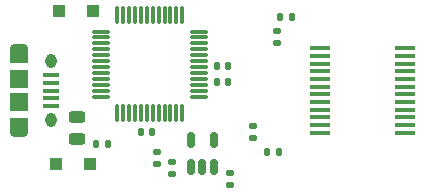
<source format=gtp>
G04 #@! TF.GenerationSoftware,KiCad,Pcbnew,7.0.5-7.0.5~ubuntu22.04.1*
G04 #@! TF.CreationDate,2023-07-07T16:24:56+02:00*
G04 #@! TF.ProjectId,combined,636f6d62-696e-4656-942e-6b696361645f,rev?*
G04 #@! TF.SameCoordinates,Original*
G04 #@! TF.FileFunction,Paste,Top*
G04 #@! TF.FilePolarity,Positive*
%FSLAX46Y46*%
G04 Gerber Fmt 4.6, Leading zero omitted, Abs format (unit mm)*
G04 Created by KiCad (PCBNEW 7.0.5-7.0.5~ubuntu22.04.1) date 2023-07-07 16:24:56*
%MOMM*%
%LPD*%
G01*
G04 APERTURE LIST*
G04 Aperture macros list*
%AMRoundRect*
0 Rectangle with rounded corners*
0 $1 Rounding radius*
0 $2 $3 $4 $5 $6 $7 $8 $9 X,Y pos of 4 corners*
0 Add a 4 corners polygon primitive as box body*
4,1,4,$2,$3,$4,$5,$6,$7,$8,$9,$2,$3,0*
0 Add four circle primitives for the rounded corners*
1,1,$1+$1,$2,$3*
1,1,$1+$1,$4,$5*
1,1,$1+$1,$6,$7*
1,1,$1+$1,$8,$9*
0 Add four rect primitives between the rounded corners*
20,1,$1+$1,$2,$3,$4,$5,0*
20,1,$1+$1,$4,$5,$6,$7,0*
20,1,$1+$1,$6,$7,$8,$9,0*
20,1,$1+$1,$8,$9,$2,$3,0*%
G04 Aperture macros list end*
%ADD10RoundRect,0.140000X0.170000X-0.140000X0.170000X0.140000X-0.170000X0.140000X-0.170000X-0.140000X0*%
%ADD11RoundRect,0.140000X-0.170000X0.140000X-0.170000X-0.140000X0.170000X-0.140000X0.170000X0.140000X0*%
%ADD12RoundRect,0.140000X0.140000X0.170000X-0.140000X0.170000X-0.140000X-0.170000X0.140000X-0.170000X0*%
%ADD13RoundRect,0.140000X-0.140000X-0.170000X0.140000X-0.170000X0.140000X0.170000X-0.140000X0.170000X0*%
%ADD14RoundRect,0.250000X0.300000X0.300000X-0.300000X0.300000X-0.300000X-0.300000X0.300000X-0.300000X0*%
%ADD15O,1.550000X0.890000*%
%ADD16O,0.950000X1.250000*%
%ADD17R,1.350000X0.400000*%
%ADD18R,1.550000X1.200000*%
%ADD19R,1.550000X1.500000*%
%ADD20RoundRect,0.135000X0.135000X0.185000X-0.135000X0.185000X-0.135000X-0.185000X0.135000X-0.185000X0*%
%ADD21RoundRect,0.135000X0.185000X-0.135000X0.185000X0.135000X-0.185000X0.135000X-0.185000X-0.135000X0*%
%ADD22RoundRect,0.135000X-0.135000X-0.185000X0.135000X-0.185000X0.135000X0.185000X-0.135000X0.185000X0*%
%ADD23RoundRect,0.150000X0.150000X-0.512500X0.150000X0.512500X-0.150000X0.512500X-0.150000X-0.512500X0*%
%ADD24RoundRect,0.075000X0.662500X0.075000X-0.662500X0.075000X-0.662500X-0.075000X0.662500X-0.075000X0*%
%ADD25RoundRect,0.075000X0.075000X0.662500X-0.075000X0.662500X-0.075000X-0.662500X0.075000X-0.662500X0*%
%ADD26R,1.750000X0.450000*%
%ADD27RoundRect,0.243750X-0.456250X0.243750X-0.456250X-0.243750X0.456250X-0.243750X0.456250X0.243750X0*%
G04 APERTURE END LIST*
D10*
X91897200Y-40787200D03*
X91897200Y-39827200D03*
D11*
X90627200Y-38963600D03*
X90627200Y-39923600D03*
D12*
X90210000Y-37250000D03*
X89250000Y-37250000D03*
D13*
X95684400Y-31648400D03*
X96644400Y-31648400D03*
D14*
X85150000Y-27000000D03*
X82350000Y-27000000D03*
X84900000Y-40000000D03*
X82100000Y-40000000D03*
D15*
X78950000Y-30250000D03*
D16*
X81650000Y-31250000D03*
X81650000Y-36250000D03*
D15*
X78950000Y-37250000D03*
D17*
X81650000Y-32450000D03*
X81650000Y-33100000D03*
X81650000Y-33750000D03*
X81650000Y-34400000D03*
X81650000Y-35050000D03*
D18*
X78950000Y-30850000D03*
D19*
X78950000Y-32750000D03*
X78950000Y-34750000D03*
D18*
X78950000Y-36650000D03*
D20*
X100939600Y-38963600D03*
X99919600Y-38963600D03*
D21*
X100750000Y-29760000D03*
X100750000Y-28740000D03*
X98750000Y-37760000D03*
X98750000Y-36740000D03*
X96750000Y-41760000D03*
X96750000Y-40740000D03*
D22*
X100990000Y-27500000D03*
X102010000Y-27500000D03*
D23*
X93500000Y-40250000D03*
X94450000Y-40250000D03*
X95400000Y-40250000D03*
X95400000Y-37975000D03*
X93500000Y-37975000D03*
D24*
X94162500Y-34250000D03*
X94162500Y-33750000D03*
X94162500Y-33250000D03*
X94162500Y-32750000D03*
X94162500Y-32250000D03*
X94162500Y-31750000D03*
X94162500Y-31250000D03*
X94162500Y-30750000D03*
X94162500Y-30250000D03*
X94162500Y-29750000D03*
X94162500Y-29250000D03*
X94162500Y-28750000D03*
D25*
X92750000Y-27337500D03*
X92250000Y-27337500D03*
X91750000Y-27337500D03*
X91250000Y-27337500D03*
X90750000Y-27337500D03*
X90250000Y-27337500D03*
X89750000Y-27337500D03*
X89250000Y-27337500D03*
X88750000Y-27337500D03*
X88250000Y-27337500D03*
X87750000Y-27337500D03*
X87250000Y-27337500D03*
D24*
X85837500Y-28750000D03*
X85837500Y-29250000D03*
X85837500Y-29750000D03*
X85837500Y-30250000D03*
X85837500Y-30750000D03*
X85837500Y-31250000D03*
X85837500Y-31750000D03*
X85837500Y-32250000D03*
X85837500Y-32750000D03*
X85837500Y-33250000D03*
X85837500Y-33750000D03*
X85837500Y-34250000D03*
D25*
X87250000Y-35662500D03*
X87750000Y-35662500D03*
X88250000Y-35662500D03*
X88750000Y-35662500D03*
X89250000Y-35662500D03*
X89750000Y-35662500D03*
X90250000Y-35662500D03*
X90750000Y-35662500D03*
X91250000Y-35662500D03*
X91750000Y-35662500D03*
X92250000Y-35662500D03*
X92750000Y-35662500D03*
D26*
X111600000Y-37325000D03*
X111600000Y-36675000D03*
X111600000Y-36025000D03*
X111600000Y-35375000D03*
X111600000Y-34725000D03*
X111600000Y-34075000D03*
X111600000Y-33425000D03*
X111600000Y-32775000D03*
X111600000Y-32125000D03*
X111600000Y-31475000D03*
X111600000Y-30825000D03*
X111600000Y-30175000D03*
X104400000Y-30175000D03*
X104400000Y-30825000D03*
X104400000Y-31475000D03*
X104400000Y-32125000D03*
X104400000Y-32775000D03*
X104400000Y-33425000D03*
X104400000Y-34075000D03*
X104400000Y-34725000D03*
X104400000Y-35375000D03*
X104400000Y-36025000D03*
X104400000Y-36675000D03*
X104400000Y-37325000D03*
D13*
X95684400Y-33020000D03*
X96644400Y-33020000D03*
D27*
X83870800Y-35943300D03*
X83870800Y-37818300D03*
D20*
X86463600Y-38252400D03*
X85443600Y-38252400D03*
M02*

</source>
